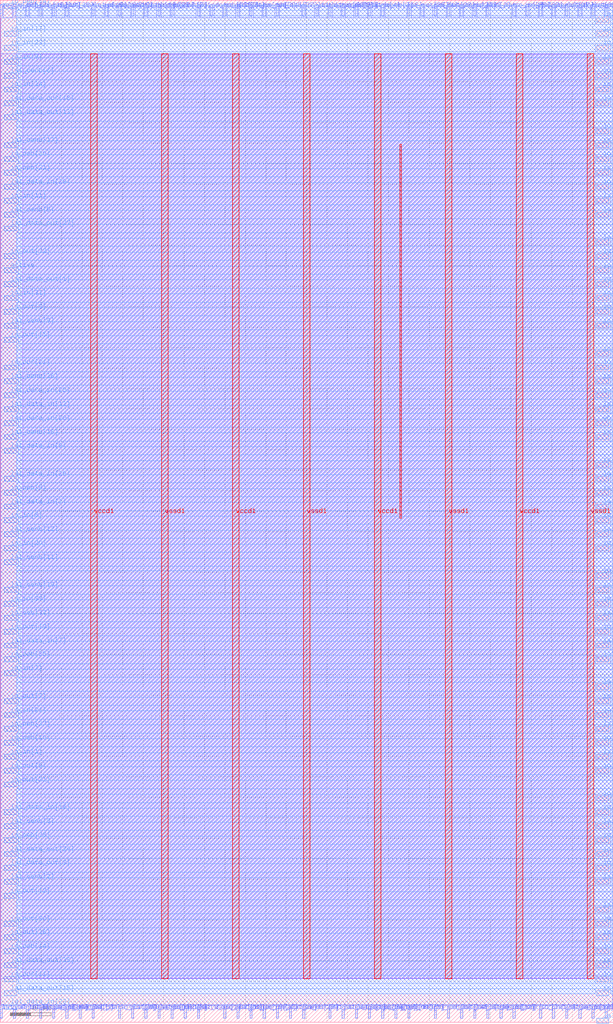
<source format=lef>
VERSION 5.7 ;
  NOWIREEXTENSIONATPIN ON ;
  DIVIDERCHAR "/" ;
  BUSBITCHARS "[]" ;
MACRO wrapped_frequency_counter
  CLASS BLOCK ;
  FOREIGN wrapped_frequency_counter ;
  ORIGIN 0.000 0.000 ;
  SIZE 150.000 BY 250.000 ;
  PIN active
    DIRECTION INPUT ;
    USE SIGNAL ;
    PORT
      LAYER met3 ;
        RECT 1.000 183.340 4.000 184.540 ;
    END
  END active
  PIN io_in[0]
    DIRECTION INPUT ;
    USE SIGNAL ;
    PORT
      LAYER met2 ;
        RECT 61.130 1.000 61.690 4.000 ;
    END
  END io_in[0]
  PIN io_in[10]
    DIRECTION INPUT ;
    USE SIGNAL ;
    PORT
      LAYER met2 ;
        RECT 61.130 246.000 61.690 249.000 ;
    END
  END io_in[10]
  PIN io_in[11]
    DIRECTION INPUT ;
    USE SIGNAL ;
    PORT
      LAYER met3 ;
        RECT 1.000 200.340 4.000 201.540 ;
    END
  END io_in[11]
  PIN io_in[12]
    DIRECTION INPUT ;
    USE SIGNAL ;
    PORT
      LAYER met3 ;
        RECT 146.000 217.340 149.000 218.540 ;
    END
  END io_in[12]
  PIN io_in[13]
    DIRECTION INPUT ;
    USE SIGNAL ;
    PORT
      LAYER met2 ;
        RECT 93.330 1.000 93.890 4.000 ;
    END
  END io_in[13]
  PIN io_in[14]
    DIRECTION INPUT ;
    USE SIGNAL ;
    PORT
      LAYER met2 ;
        RECT 25.710 246.000 26.270 249.000 ;
    END
  END io_in[14]
  PIN io_in[15]
    DIRECTION INPUT ;
    USE SIGNAL ;
    PORT
      LAYER met3 ;
        RECT 146.000 227.540 149.000 228.740 ;
    END
  END io_in[15]
  PIN io_in[16]
    DIRECTION INPUT ;
    USE SIGNAL ;
    PORT
      LAYER met3 ;
        RECT 146.000 67.740 149.000 68.940 ;
    END
  END io_in[16]
  PIN io_in[17]
    DIRECTION INPUT ;
    USE SIGNAL ;
    PORT
      LAYER met3 ;
        RECT 1.000 241.140 4.000 242.340 ;
    END
  END io_in[17]
  PIN io_in[18]
    DIRECTION INPUT ;
    USE SIGNAL ;
    PORT
      LAYER met2 ;
        RECT -0.050 246.000 0.510 249.000 ;
    END
  END io_in[18]
  PIN io_in[19]
    DIRECTION INPUT ;
    USE SIGNAL ;
    PORT
      LAYER met3 ;
        RECT 146.000 20.140 149.000 21.340 ;
    END
  END io_in[19]
  PIN io_in[1]
    DIRECTION INPUT ;
    USE SIGNAL ;
    PORT
      LAYER met3 ;
        RECT 1.000 64.340 4.000 65.540 ;
    END
  END io_in[1]
  PIN io_in[20]
    DIRECTION INPUT ;
    USE SIGNAL ;
    PORT
      LAYER met3 ;
        RECT 1.000 115.340 4.000 116.540 ;
    END
  END io_in[20]
  PIN io_in[21]
    DIRECTION INPUT ;
    USE SIGNAL ;
    PORT
      LAYER met3 ;
        RECT 1.000 74.540 4.000 75.740 ;
    END
  END io_in[21]
  PIN io_in[22]
    DIRECTION INPUT ;
    USE SIGNAL ;
    PORT
      LAYER met3 ;
        RECT 146.000 115.340 149.000 116.540 ;
    END
  END io_in[22]
  PIN io_in[23]
    DIRECTION INPUT ;
    USE SIGNAL ;
    PORT
      LAYER met3 ;
        RECT 1.000 237.740 4.000 238.940 ;
    END
  END io_in[23]
  PIN io_in[24]
    DIRECTION INPUT ;
    USE SIGNAL ;
    PORT
      LAYER met3 ;
        RECT 1.000 227.540 4.000 228.740 ;
    END
  END io_in[24]
  PIN io_in[25]
    DIRECTION INPUT ;
    USE SIGNAL ;
    PORT
      LAYER met2 ;
        RECT 148.070 1.000 148.630 4.000 ;
    END
  END io_in[25]
  PIN io_in[26]
    DIRECTION INPUT ;
    USE SIGNAL ;
    PORT
      LAYER met2 ;
        RECT 144.850 1.000 145.410 4.000 ;
    END
  END io_in[26]
  PIN io_in[27]
    DIRECTION INPUT ;
    USE SIGNAL ;
    PORT
      LAYER met3 ;
        RECT 146.000 94.940 149.000 96.140 ;
    END
  END io_in[27]
  PIN io_in[28]
    DIRECTION INPUT ;
    USE SIGNAL ;
    PORT
      LAYER met2 ;
        RECT 131.970 1.000 132.530 4.000 ;
    END
  END io_in[28]
  PIN io_in[29]
    DIRECTION INPUT ;
    USE SIGNAL ;
    PORT
      LAYER met2 ;
        RECT 148.070 246.000 148.630 249.000 ;
    END
  END io_in[29]
  PIN io_in[2]
    DIRECTION INPUT ;
    USE SIGNAL ;
    PORT
      LAYER met2 ;
        RECT 64.350 1.000 64.910 4.000 ;
    END
  END io_in[2]
  PIN io_in[30]
    DIRECTION INPUT ;
    USE SIGNAL ;
    PORT
      LAYER met3 ;
        RECT 146.000 128.940 149.000 130.140 ;
    END
  END io_in[30]
  PIN io_in[31]
    DIRECTION INPUT ;
    USE SIGNAL ;
    PORT
      LAYER met3 ;
        RECT 1.000 176.540 4.000 177.740 ;
    END
  END io_in[31]
  PIN io_in[32]
    DIRECTION INPUT ;
    USE SIGNAL ;
    PORT
      LAYER met2 ;
        RECT 122.310 1.000 122.870 4.000 ;
    END
  END io_in[32]
  PIN io_in[33]
    DIRECTION INPUT ;
    USE SIGNAL ;
    PORT
      LAYER met3 ;
        RECT 1.000 101.740 4.000 102.940 ;
    END
  END io_in[33]
  PIN io_in[34]
    DIRECTION INPUT ;
    USE SIGNAL ;
    PORT
      LAYER met2 ;
        RECT 102.990 246.000 103.550 249.000 ;
    END
  END io_in[34]
  PIN io_in[35]
    DIRECTION INPUT ;
    USE SIGNAL ;
    PORT
      LAYER met2 ;
        RECT 125.530 246.000 126.090 249.000 ;
    END
  END io_in[35]
  PIN io_in[36]
    DIRECTION INPUT ;
    USE SIGNAL ;
    PORT
      LAYER met3 ;
        RECT 146.000 176.540 149.000 177.740 ;
    END
  END io_in[36]
  PIN io_in[37]
    DIRECTION INPUT ;
    USE SIGNAL ;
    PORT
      LAYER met2 ;
        RECT 128.750 246.000 129.310 249.000 ;
    END
  END io_in[37]
  PIN io_in[3]
    DIRECTION INPUT ;
    USE SIGNAL ;
    PORT
      LAYER met2 ;
        RECT 64.350 246.000 64.910 249.000 ;
    END
  END io_in[3]
  PIN io_in[4]
    DIRECTION INPUT ;
    USE SIGNAL ;
    PORT
      LAYER met3 ;
        RECT 146.000 173.140 149.000 174.340 ;
    END
  END io_in[4]
  PIN io_in[5]
    DIRECTION INPUT ;
    USE SIGNAL ;
    PORT
      LAYER met3 ;
        RECT 146.000 241.140 149.000 242.340 ;
    END
  END io_in[5]
  PIN io_in[6]
    DIRECTION INPUT ;
    USE SIGNAL ;
    PORT
      LAYER met3 ;
        RECT 1.000 122.140 4.000 123.340 ;
    END
  END io_in[6]
  PIN io_in[7]
    DIRECTION INPUT ;
    USE SIGNAL ;
    PORT
      LAYER met3 ;
        RECT 1.000 84.740 4.000 85.940 ;
    END
  END io_in[7]
  PIN io_in[8]
    DIRECTION INPUT ;
    USE SIGNAL ;
    PORT
      LAYER met3 ;
        RECT 146.000 183.340 149.000 184.540 ;
    END
  END io_in[8]
  PIN io_in[9]
    DIRECTION INPUT ;
    USE SIGNAL ;
    PORT
      LAYER met3 ;
        RECT 1.000 234.340 4.000 235.540 ;
    END
  END io_in[9]
  PIN io_oeb[0]
    DIRECTION OUTPUT TRISTATE ;
    USE SIGNAL ;
    PORT
      LAYER met2 ;
        RECT 106.210 1.000 106.770 4.000 ;
    END
  END io_oeb[0]
  PIN io_oeb[10]
    DIRECTION OUTPUT TRISTATE ;
    USE SIGNAL ;
    PORT
      LAYER met3 ;
        RECT 1.000 67.740 4.000 68.940 ;
    END
  END io_oeb[10]
  PIN io_oeb[11]
    DIRECTION OUTPUT TRISTATE ;
    USE SIGNAL ;
    PORT
      LAYER met3 ;
        RECT 146.000 162.940 149.000 164.140 ;
    END
  END io_oeb[11]
  PIN io_oeb[12]
    DIRECTION OUTPUT TRISTATE ;
    USE SIGNAL ;
    PORT
      LAYER met3 ;
        RECT 146.000 108.540 149.000 109.970 ;
    END
  END io_oeb[12]
  PIN io_oeb[13]
    DIRECTION OUTPUT TRISTATE ;
    USE SIGNAL ;
    PORT
      LAYER met3 ;
        RECT 146.000 105.140 149.000 106.340 ;
    END
  END io_oeb[13]
  PIN io_oeb[14]
    DIRECTION OUTPUT TRISTATE ;
    USE SIGNAL ;
    PORT
      LAYER met3 ;
        RECT 1.000 16.740 4.000 17.940 ;
    END
  END io_oeb[14]
  PIN io_oeb[15]
    DIRECTION OUTPUT TRISTATE ;
    USE SIGNAL ;
    PORT
      LAYER met2 ;
        RECT 6.390 246.000 6.950 249.000 ;
    END
  END io_oeb[15]
  PIN io_oeb[16]
    DIRECTION OUTPUT TRISTATE ;
    USE SIGNAL ;
    PORT
      LAYER met3 ;
        RECT 146.000 60.940 149.000 62.140 ;
    END
  END io_oeb[16]
  PIN io_oeb[17]
    DIRECTION OUTPUT TRISTATE ;
    USE SIGNAL ;
    PORT
      LAYER met2 ;
        RECT 54.690 1.000 55.250 4.000 ;
    END
  END io_oeb[17]
  PIN io_oeb[18]
    DIRECTION OUTPUT TRISTATE ;
    USE SIGNAL ;
    PORT
      LAYER met2 ;
        RECT 93.330 246.000 93.890 249.000 ;
    END
  END io_oeb[18]
  PIN io_oeb[19]
    DIRECTION OUTPUT TRISTATE ;
    USE SIGNAL ;
    PORT
      LAYER met2 ;
        RECT 9.610 246.000 10.170 249.000 ;
    END
  END io_oeb[19]
  PIN io_oeb[1]
    DIRECTION OUTPUT TRISTATE ;
    USE SIGNAL ;
    PORT
      LAYER met3 ;
        RECT 146.000 6.540 149.000 7.740 ;
    END
  END io_oeb[1]
  PIN io_oeb[20]
    DIRECTION OUTPUT TRISTATE ;
    USE SIGNAL ;
    PORT
      LAYER met3 ;
        RECT 146.000 135.740 149.000 136.940 ;
    END
  END io_oeb[20]
  PIN io_oeb[21]
    DIRECTION OUTPUT TRISTATE ;
    USE SIGNAL ;
    PORT
      LAYER met3 ;
        RECT 1.000 207.140 4.000 208.340 ;
    END
  END io_oeb[21]
  PIN io_oeb[22]
    DIRECTION OUTPUT TRISTATE ;
    USE SIGNAL ;
    PORT
      LAYER met2 ;
        RECT 19.270 1.000 19.830 4.000 ;
    END
  END io_oeb[22]
  PIN io_oeb[23]
    DIRECTION OUTPUT TRISTATE ;
    USE SIGNAL ;
    PORT
      LAYER met2 ;
        RECT 51.470 246.000 52.030 249.000 ;
    END
  END io_oeb[23]
  PIN io_oeb[24]
    DIRECTION OUTPUT TRISTATE ;
    USE SIGNAL ;
    PORT
      LAYER met2 ;
        RECT 54.690 246.000 55.250 249.000 ;
    END
  END io_oeb[24]
  PIN io_oeb[25]
    DIRECTION OUTPUT TRISTATE ;
    USE SIGNAL ;
    PORT
      LAYER met3 ;
        RECT 146.000 40.540 149.000 41.740 ;
    END
  END io_oeb[25]
  PIN io_oeb[26]
    DIRECTION OUTPUT TRISTATE ;
    USE SIGNAL ;
    PORT
      LAYER met3 ;
        RECT 146.000 207.140 149.000 208.340 ;
    END
  END io_oeb[26]
  PIN io_oeb[27]
    DIRECTION OUTPUT TRISTATE ;
    USE SIGNAL ;
    PORT
      LAYER met2 ;
        RECT 67.570 246.000 68.130 249.000 ;
    END
  END io_oeb[27]
  PIN io_oeb[28]
    DIRECTION OUTPUT TRISTATE ;
    USE SIGNAL ;
    PORT
      LAYER met3 ;
        RECT 146.000 16.740 149.000 17.940 ;
    END
  END io_oeb[28]
  PIN io_oeb[29]
    DIRECTION OUTPUT TRISTATE ;
    USE SIGNAL ;
    PORT
      LAYER met3 ;
        RECT 146.000 179.940 149.000 181.140 ;
    END
  END io_oeb[29]
  PIN io_oeb[2]
    DIRECTION OUTPUT TRISTATE ;
    USE SIGNAL ;
    PORT
      LAYER met2 ;
        RECT 115.870 246.000 116.430 249.000 ;
    END
  END io_oeb[2]
  PIN io_oeb[30]
    DIRECTION OUTPUT TRISTATE ;
    USE SIGNAL ;
    PORT
      LAYER met3 ;
        RECT 1.000 210.540 4.000 211.740 ;
    END
  END io_oeb[30]
  PIN io_oeb[31]
    DIRECTION OUTPUT TRISTATE ;
    USE SIGNAL ;
    PORT
      LAYER met3 ;
        RECT 146.000 13.340 149.000 14.540 ;
    END
  END io_oeb[31]
  PIN io_oeb[32]
    DIRECTION OUTPUT TRISTATE ;
    USE SIGNAL ;
    PORT
      LAYER met3 ;
        RECT 1.000 98.340 4.000 99.540 ;
    END
  END io_oeb[32]
  PIN io_oeb[33]
    DIRECTION OUTPUT TRISTATE ;
    USE SIGNAL ;
    PORT
      LAYER met3 ;
        RECT 146.000 43.940 149.000 45.140 ;
    END
  END io_oeb[33]
  PIN io_oeb[34]
    DIRECTION OUTPUT TRISTATE ;
    USE SIGNAL ;
    PORT
      LAYER met3 ;
        RECT 1.000 247.940 4.000 249.140 ;
    END
  END io_oeb[34]
  PIN io_oeb[35]
    DIRECTION OUTPUT TRISTATE ;
    USE SIGNAL ;
    PORT
      LAYER met3 ;
        RECT 1.000 88.140 4.000 89.340 ;
    END
  END io_oeb[35]
  PIN io_oeb[36]
    DIRECTION OUTPUT TRISTATE ;
    USE SIGNAL ;
    PORT
      LAYER met3 ;
        RECT 1.000 43.940 4.000 45.140 ;
    END
  END io_oeb[36]
  PIN io_oeb[37]
    DIRECTION OUTPUT TRISTATE ;
    USE SIGNAL ;
    PORT
      LAYER met3 ;
        RECT 1.000 71.140 4.000 72.340 ;
    END
  END io_oeb[37]
  PIN io_oeb[3]
    DIRECTION OUTPUT TRISTATE ;
    USE SIGNAL ;
    PORT
      LAYER met2 ;
        RECT 99.770 1.000 100.330 4.000 ;
    END
  END io_oeb[3]
  PIN io_oeb[4]
    DIRECTION OUTPUT TRISTATE ;
    USE SIGNAL ;
    PORT
      LAYER met3 ;
        RECT 146.000 50.740 149.000 51.940 ;
    END
  END io_oeb[4]
  PIN io_oeb[5]
    DIRECTION OUTPUT TRISTATE ;
    USE SIGNAL ;
    PORT
      LAYER met3 ;
        RECT 1.000 128.940 4.000 130.140 ;
    END
  END io_oeb[5]
  PIN io_oeb[6]
    DIRECTION OUTPUT TRISTATE ;
    USE SIGNAL ;
    PORT
      LAYER met3 ;
        RECT 146.000 122.140 149.000 123.340 ;
    END
  END io_oeb[6]
  PIN io_oeb[7]
    DIRECTION OUTPUT TRISTATE ;
    USE SIGNAL ;
    PORT
      LAYER met2 ;
        RECT 3.170 246.000 3.730 249.000 ;
    END
  END io_oeb[7]
  PIN io_oeb[8]
    DIRECTION OUTPUT TRISTATE ;
    USE SIGNAL ;
    PORT
      LAYER met2 ;
        RECT 16.050 1.000 16.610 4.000 ;
    END
  END io_oeb[8]
  PIN io_oeb[9]
    DIRECTION OUTPUT TRISTATE ;
    USE SIGNAL ;
    PORT
      LAYER met2 ;
        RECT 41.810 1.000 42.370 4.000 ;
    END
  END io_oeb[9]
  PIN io_out[0]
    DIRECTION OUTPUT TRISTATE ;
    USE SIGNAL ;
    PORT
      LAYER met3 ;
        RECT 146.000 237.740 149.000 238.940 ;
    END
  END io_out[0]
  PIN io_out[10]
    DIRECTION OUTPUT TRISTATE ;
    USE SIGNAL ;
    PORT
      LAYER met3 ;
        RECT 146.000 159.540 149.000 160.740 ;
    END
  END io_out[10]
  PIN io_out[11]
    DIRECTION OUTPUT TRISTATE ;
    USE SIGNAL ;
    PORT
      LAYER met3 ;
        RECT 1.000 9.940 4.000 11.140 ;
    END
  END io_out[11]
  PIN io_out[12]
    DIRECTION OUTPUT TRISTATE ;
    USE SIGNAL ;
    PORT
      LAYER met3 ;
        RECT 1.000 30.340 4.000 31.540 ;
    END
  END io_out[12]
  PIN io_out[13]
    DIRECTION OUTPUT TRISTATE ;
    USE SIGNAL ;
    PORT
      LAYER met3 ;
        RECT 146.000 9.940 149.000 11.140 ;
    END
  END io_out[13]
  PIN io_out[14]
    DIRECTION OUTPUT TRISTATE ;
    USE SIGNAL ;
    PORT
      LAYER met3 ;
        RECT 146.000 210.540 149.000 211.740 ;
    END
  END io_out[14]
  PIN io_out[15]
    DIRECTION OUTPUT TRISTATE ;
    USE SIGNAL ;
    PORT
      LAYER met3 ;
        RECT 1.000 166.340 4.000 167.540 ;
    END
  END io_out[15]
  PIN io_out[16]
    DIRECTION OUTPUT TRISTATE ;
    USE SIGNAL ;
    PORT
      LAYER met3 ;
        RECT 146.000 156.140 149.000 157.340 ;
    END
  END io_out[16]
  PIN io_out[17]
    DIRECTION OUTPUT TRISTATE ;
    USE SIGNAL ;
    PORT
      LAYER met2 ;
        RECT 135.190 246.000 135.750 249.000 ;
    END
  END io_out[17]
  PIN io_out[18]
    DIRECTION OUTPUT TRISTATE ;
    USE SIGNAL ;
    PORT
      LAYER met3 ;
        RECT 146.000 37.140 149.000 38.340 ;
    END
  END io_out[18]
  PIN io_out[19]
    DIRECTION OUTPUT TRISTATE ;
    USE SIGNAL ;
    PORT
      LAYER met3 ;
        RECT 1.000 94.940 4.000 96.140 ;
    END
  END io_out[19]
  PIN io_out[1]
    DIRECTION OUTPUT TRISTATE ;
    USE SIGNAL ;
    PORT
      LAYER met2 ;
        RECT 83.670 246.000 84.230 249.000 ;
    END
  END io_out[1]
  PIN io_out[20]
    DIRECTION OUTPUT TRISTATE ;
    USE SIGNAL ;
    PORT
      LAYER met2 ;
        RECT 112.650 246.000 113.210 249.000 ;
    END
  END io_out[20]
  PIN io_out[21]
    DIRECTION OUTPUT TRISTATE ;
    USE SIGNAL ;
    PORT
      LAYER met3 ;
        RECT 1.000 159.540 4.000 160.740 ;
    END
  END io_out[21]
  PIN io_out[22]
    DIRECTION OUTPUT TRISTATE ;
    USE SIGNAL ;
    PORT
      LAYER met2 ;
        RECT 125.530 1.000 126.090 4.000 ;
    END
  END io_out[22]
  PIN io_out[23]
    DIRECTION OUTPUT TRISTATE ;
    USE SIGNAL ;
    PORT
      LAYER met3 ;
        RECT 146.000 142.540 149.000 143.740 ;
    END
  END io_out[23]
  PIN io_out[24]
    DIRECTION OUTPUT TRISTATE ;
    USE SIGNAL ;
    PORT
      LAYER met2 ;
        RECT 109.430 1.000 109.990 4.000 ;
    END
  END io_out[24]
  PIN io_out[25]
    DIRECTION OUTPUT TRISTATE ;
    USE SIGNAL ;
    PORT
      LAYER met2 ;
        RECT 99.770 246.000 100.330 249.000 ;
    END
  END io_out[25]
  PIN io_out[26]
    DIRECTION OUTPUT TRISTATE ;
    USE SIGNAL ;
    PORT
      LAYER met3 ;
        RECT 1.000 20.140 4.000 21.340 ;
    END
  END io_out[26]
  PIN io_out[27]
    DIRECTION OUTPUT TRISTATE ;
    USE SIGNAL ;
    PORT
      LAYER met2 ;
        RECT 106.210 246.000 106.770 249.000 ;
    END
  END io_out[27]
  PIN io_out[28]
    DIRECTION OUTPUT TRISTATE ;
    USE SIGNAL ;
    PORT
      LAYER met2 ;
        RECT 67.570 1.000 68.130 4.000 ;
    END
  END io_out[28]
  PIN io_out[29]
    DIRECTION OUTPUT TRISTATE ;
    USE SIGNAL ;
    PORT
      LAYER met3 ;
        RECT 146.000 54.140 149.000 55.340 ;
    END
  END io_out[29]
  PIN io_out[2]
    DIRECTION OUTPUT TRISTATE ;
    USE SIGNAL ;
    PORT
      LAYER met2 ;
        RECT 28.930 1.000 29.490 4.000 ;
    END
  END io_out[2]
  PIN io_out[30]
    DIRECTION OUTPUT TRISTATE ;
    USE SIGNAL ;
    PORT
      LAYER met3 ;
        RECT 1.000 23.540 4.000 24.740 ;
    END
  END io_out[30]
  PIN io_out[31]
    DIRECTION OUTPUT TRISTATE ;
    USE SIGNAL ;
    PORT
      LAYER met3 ;
        RECT 1.000 57.540 4.000 58.740 ;
    END
  END io_out[31]
  PIN io_out[32]
    DIRECTION OUTPUT TRISTATE ;
    USE SIGNAL ;
    PORT
      LAYER met3 ;
        RECT 1.000 186.740 4.000 187.940 ;
    END
  END io_out[32]
  PIN io_out[33]
    DIRECTION OUTPUT TRISTATE ;
    USE SIGNAL ;
    PORT
      LAYER met3 ;
        RECT 146.000 77.940 149.000 79.140 ;
    END
  END io_out[33]
  PIN io_out[34]
    DIRECTION OUTPUT TRISTATE ;
    USE SIGNAL ;
    PORT
      LAYER met3 ;
        RECT 146.000 213.940 149.000 215.140 ;
    END
  END io_out[34]
  PIN io_out[35]
    DIRECTION OUTPUT TRISTATE ;
    USE SIGNAL ;
    PORT
      LAYER met3 ;
        RECT 146.000 203.740 149.000 204.940 ;
    END
  END io_out[35]
  PIN io_out[36]
    DIRECTION OUTPUT TRISTATE ;
    USE SIGNAL ;
    PORT
      LAYER met2 ;
        RECT 12.830 246.000 13.390 249.000 ;
    END
  END io_out[36]
  PIN io_out[37]
    DIRECTION OUTPUT TRISTATE ;
    USE SIGNAL ;
    PORT
      LAYER met3 ;
        RECT 146.000 230.940 149.000 232.140 ;
    END
  END io_out[37]
  PIN io_out[3]
    DIRECTION OUTPUT TRISTATE ;
    USE SIGNAL ;
    PORT
      LAYER met3 ;
        RECT 1.000 173.140 4.000 174.340 ;
    END
  END io_out[3]
  PIN io_out[4]
    DIRECTION OUTPUT TRISTATE ;
    USE SIGNAL ;
    PORT
      LAYER met3 ;
        RECT 146.000 169.740 149.000 170.940 ;
    END
  END io_out[4]
  PIN io_out[5]
    DIRECTION OUTPUT TRISTATE ;
    USE SIGNAL ;
    PORT
      LAYER met2 ;
        RECT 41.810 246.000 42.370 249.000 ;
    END
  END io_out[5]
  PIN io_out[6]
    DIRECTION OUTPUT TRISTATE ;
    USE SIGNAL ;
    PORT
      LAYER met2 ;
        RECT 141.630 246.000 142.190 249.000 ;
    END
  END io_out[6]
  PIN io_out[7]
    DIRECTION OUTPUT TRISTATE ;
    USE SIGNAL ;
    PORT
      LAYER met3 ;
        RECT 1.000 77.940 4.000 79.140 ;
    END
  END io_out[7]
  PIN io_out[8]
    DIRECTION OUTPUT TRISTATE ;
    USE SIGNAL ;
    PORT
      LAYER met2 ;
        RECT 74.010 1.000 74.570 4.000 ;
    END
  END io_out[8]
  PIN io_out[9]
    DIRECTION OUTPUT TRISTATE ;
    USE SIGNAL ;
    PORT
      LAYER met3 ;
        RECT 1.000 60.940 4.000 62.140 ;
    END
  END io_out[9]
  PIN la1_data_in[0]
    DIRECTION INPUT ;
    USE SIGNAL ;
    PORT
      LAYER met3 ;
        RECT 146.000 81.340 149.000 82.770 ;
    END
  END la1_data_in[0]
  PIN la1_data_in[10]
    DIRECTION INPUT ;
    USE SIGNAL ;
    PORT
      LAYER met2 ;
        RECT 86.890 1.000 87.450 4.000 ;
    END
  END la1_data_in[10]
  PIN la1_data_in[11]
    DIRECTION INPUT ;
    USE SIGNAL ;
    PORT
      LAYER met3 ;
        RECT 146.000 74.540 149.000 75.740 ;
    END
  END la1_data_in[11]
  PIN la1_data_in[12]
    DIRECTION INPUT ;
    USE SIGNAL ;
    PORT
      LAYER met3 ;
        RECT 1.000 149.340 4.000 150.540 ;
    END
  END la1_data_in[12]
  PIN la1_data_in[13]
    DIRECTION INPUT ;
    USE SIGNAL ;
    PORT
      LAYER met2 ;
        RECT 135.190 1.000 135.750 4.000 ;
    END
  END la1_data_in[13]
  PIN la1_data_in[14]
    DIRECTION INPUT ;
    USE SIGNAL ;
    PORT
      LAYER met3 ;
        RECT 1.000 50.740 4.000 51.940 ;
    END
  END la1_data_in[14]
  PIN la1_data_in[15]
    DIRECTION INPUT ;
    USE SIGNAL ;
    PORT
      LAYER met2 ;
        RECT 16.050 246.000 16.610 249.000 ;
    END
  END la1_data_in[15]
  PIN la1_data_in[16]
    DIRECTION INPUT ;
    USE SIGNAL ;
    PORT
      LAYER met2 ;
        RECT 77.230 246.000 77.790 249.000 ;
    END
  END la1_data_in[16]
  PIN la1_data_in[17]
    DIRECTION INPUT ;
    USE SIGNAL ;
    PORT
      LAYER met2 ;
        RECT 48.250 246.000 48.810 249.000 ;
    END
  END la1_data_in[17]
  PIN la1_data_in[18]
    DIRECTION INPUT ;
    USE SIGNAL ;
    PORT
      LAYER met3 ;
        RECT 146.000 23.540 149.000 24.740 ;
    END
  END la1_data_in[18]
  PIN la1_data_in[19]
    DIRECTION INPUT ;
    USE SIGNAL ;
    PORT
      LAYER met2 ;
        RECT 22.490 246.000 23.050 249.000 ;
    END
  END la1_data_in[19]
  PIN la1_data_in[1]
    DIRECTION INPUT ;
    USE SIGNAL ;
    PORT
      LAYER met2 ;
        RECT 80.450 1.000 81.010 4.000 ;
    END
  END la1_data_in[1]
  PIN la1_data_in[20]
    DIRECTION INPUT ;
    USE SIGNAL ;
    PORT
      LAYER met3 ;
        RECT 1.000 145.940 4.000 147.140 ;
    END
  END la1_data_in[20]
  PIN la1_data_in[21]
    DIRECTION INPUT ;
    USE SIGNAL ;
    PORT
      LAYER met2 ;
        RECT 144.850 246.000 145.410 249.000 ;
    END
  END la1_data_in[21]
  PIN la1_data_in[22]
    DIRECTION INPUT ;
    USE SIGNAL ;
    PORT
      LAYER met3 ;
        RECT 146.000 88.140 149.000 89.340 ;
    END
  END la1_data_in[22]
  PIN la1_data_in[23]
    DIRECTION INPUT ;
    USE SIGNAL ;
    PORT
      LAYER met3 ;
        RECT 1.000 3.140 4.000 4.340 ;
    END
  END la1_data_in[23]
  PIN la1_data_in[24]
    DIRECTION INPUT ;
    USE SIGNAL ;
    PORT
      LAYER met2 ;
        RECT 57.910 1.000 58.470 4.000 ;
    END
  END la1_data_in[24]
  PIN la1_data_in[25]
    DIRECTION INPUT ;
    USE SIGNAL ;
    PORT
      LAYER met3 ;
        RECT 1.000 152.740 4.000 153.940 ;
    END
  END la1_data_in[25]
  PIN la1_data_in[26]
    DIRECTION INPUT ;
    USE SIGNAL ;
    PORT
      LAYER met3 ;
        RECT 146.000 64.340 149.000 65.540 ;
    END
  END la1_data_in[26]
  PIN la1_data_in[27]
    DIRECTION INPUT ;
    USE SIGNAL ;
    PORT
      LAYER met2 ;
        RECT 115.870 1.000 116.430 4.000 ;
    END
  END la1_data_in[27]
  PIN la1_data_in[28]
    DIRECTION INPUT ;
    USE SIGNAL ;
    PORT
      LAYER met3 ;
        RECT 1.000 132.340 4.000 133.540 ;
    END
  END la1_data_in[28]
  PIN la1_data_in[29]
    DIRECTION INPUT ;
    USE SIGNAL ;
    PORT
      LAYER met3 ;
        RECT 1.000 203.740 4.000 204.940 ;
    END
  END la1_data_in[29]
  PIN la1_data_in[2]
    DIRECTION INPUT ;
    USE SIGNAL ;
    PORT
      LAYER met2 ;
        RECT 45.030 1.000 45.590 4.000 ;
    END
  END la1_data_in[2]
  PIN la1_data_in[30]
    DIRECTION INPUT ;
    USE SIGNAL ;
    PORT
      LAYER met2 ;
        RECT 6.390 1.000 6.950 4.000 ;
    END
  END la1_data_in[30]
  PIN la1_data_in[31]
    DIRECTION INPUT ;
    USE SIGNAL ;
    PORT
      LAYER met3 ;
        RECT 146.000 -0.260 149.000 0.940 ;
    END
  END la1_data_in[31]
  PIN la1_data_in[3]
    DIRECTION INPUT ;
    USE SIGNAL ;
    PORT
      LAYER met3 ;
        RECT 1.000 125.540 4.000 126.740 ;
    END
  END la1_data_in[3]
  PIN la1_data_in[4]
    DIRECTION INPUT ;
    USE SIGNAL ;
    PORT
      LAYER met2 ;
        RECT 119.090 246.000 119.650 249.000 ;
    END
  END la1_data_in[4]
  PIN la1_data_in[5]
    DIRECTION INPUT ;
    USE SIGNAL ;
    PORT
      LAYER met3 ;
        RECT 146.000 149.340 149.000 150.540 ;
    END
  END la1_data_in[5]
  PIN la1_data_in[6]
    DIRECTION INPUT ;
    USE SIGNAL ;
    PORT
      LAYER met2 ;
        RECT 28.930 246.000 29.490 249.000 ;
    END
  END la1_data_in[6]
  PIN la1_data_in[7]
    DIRECTION INPUT ;
    USE SIGNAL ;
    PORT
      LAYER met3 ;
        RECT 1.000 91.540 4.000 92.740 ;
    END
  END la1_data_in[7]
  PIN la1_data_in[8]
    DIRECTION INPUT ;
    USE SIGNAL ;
    PORT
      LAYER met2 ;
        RECT 32.150 246.000 32.710 249.000 ;
    END
  END la1_data_in[8]
  PIN la1_data_in[9]
    DIRECTION INPUT ;
    USE SIGNAL ;
    PORT
      LAYER met3 ;
        RECT 1.000 139.140 4.000 140.340 ;
    END
  END la1_data_in[9]
  PIN la1_data_out[0]
    DIRECTION OUTPUT TRISTATE ;
    USE SIGNAL ;
    PORT
      LAYER met2 ;
        RECT 32.150 1.000 32.710 4.000 ;
    END
  END la1_data_out[0]
  PIN la1_data_out[10]
    DIRECTION OUTPUT TRISTATE ;
    USE SIGNAL ;
    PORT
      LAYER met3 ;
        RECT 146.000 98.340 149.000 99.540 ;
    END
  END la1_data_out[10]
  PIN la1_data_out[11]
    DIRECTION OUTPUT TRISTATE ;
    USE SIGNAL ;
    PORT
      LAYER met2 ;
        RECT 90.110 1.000 90.670 4.000 ;
    END
  END la1_data_out[11]
  PIN la1_data_out[12]
    DIRECTION OUTPUT TRISTATE ;
    USE SIGNAL ;
    PORT
      LAYER met3 ;
        RECT 146.000 234.340 149.000 235.540 ;
    END
  END la1_data_out[12]
  PIN la1_data_out[13]
    DIRECTION OUTPUT TRISTATE ;
    USE SIGNAL ;
    PORT
      LAYER met3 ;
        RECT 1.000 220.740 4.000 221.940 ;
    END
  END la1_data_out[13]
  PIN la1_data_out[14]
    DIRECTION OUTPUT TRISTATE ;
    USE SIGNAL ;
    PORT
      LAYER met2 ;
        RECT 57.910 246.000 58.470 249.000 ;
    END
  END la1_data_out[14]
  PIN la1_data_out[15]
    DIRECTION OUTPUT TRISTATE ;
    USE SIGNAL ;
    PORT
      LAYER met3 ;
        RECT 1.000 6.540 4.000 7.740 ;
    END
  END la1_data_out[15]
  PIN la1_data_out[16]
    DIRECTION OUTPUT TRISTATE ;
    USE SIGNAL ;
    PORT
      LAYER met3 ;
        RECT 146.000 118.740 149.000 119.940 ;
    END
  END la1_data_out[16]
  PIN la1_data_out[17]
    DIRECTION OUTPUT TRISTATE ;
    USE SIGNAL ;
    PORT
      LAYER met3 ;
        RECT 146.000 196.940 149.000 198.140 ;
    END
  END la1_data_out[17]
  PIN la1_data_out[18]
    DIRECTION OUTPUT TRISTATE ;
    USE SIGNAL ;
    PORT
      LAYER met3 ;
        RECT 1.000 224.140 4.000 225.340 ;
    END
  END la1_data_out[18]
  PIN la1_data_out[19]
    DIRECTION OUTPUT TRISTATE ;
    USE SIGNAL ;
    PORT
      LAYER met3 ;
        RECT 146.000 152.740 149.000 153.940 ;
    END
  END la1_data_out[19]
  PIN la1_data_out[1]
    DIRECTION OUTPUT TRISTATE ;
    USE SIGNAL ;
    PORT
      LAYER met3 ;
        RECT 1.000 179.940 4.000 181.140 ;
    END
  END la1_data_out[1]
  PIN la1_data_out[20]
    DIRECTION OUTPUT TRISTATE ;
    USE SIGNAL ;
    PORT
      LAYER met3 ;
        RECT 1.000 40.540 4.000 41.740 ;
    END
  END la1_data_out[20]
  PIN la1_data_out[21]
    DIRECTION OUTPUT TRISTATE ;
    USE SIGNAL ;
    PORT
      LAYER met3 ;
        RECT 146.000 224.140 149.000 225.340 ;
    END
  END la1_data_out[21]
  PIN la1_data_out[22]
    DIRECTION OUTPUT TRISTATE ;
    USE SIGNAL ;
    PORT
      LAYER met2 ;
        RECT 74.010 246.000 74.570 249.000 ;
    END
  END la1_data_out[22]
  PIN la1_data_out[23]
    DIRECTION OUTPUT TRISTATE ;
    USE SIGNAL ;
    PORT
      LAYER met2 ;
        RECT 48.250 1.000 48.810 4.000 ;
    END
  END la1_data_out[23]
  PIN la1_data_out[24]
    DIRECTION OUTPUT TRISTATE ;
    USE SIGNAL ;
    PORT
      LAYER met3 ;
        RECT 146.000 125.540 149.000 126.740 ;
    END
  END la1_data_out[24]
  PIN la1_data_out[25]
    DIRECTION OUTPUT TRISTATE ;
    USE SIGNAL ;
    PORT
      LAYER met3 ;
        RECT 1.000 13.340 4.000 14.540 ;
    END
  END la1_data_out[25]
  PIN la1_data_out[26]
    DIRECTION OUTPUT TRISTATE ;
    USE SIGNAL ;
    PORT
      LAYER met3 ;
        RECT 146.000 71.140 149.000 72.340 ;
    END
  END la1_data_out[26]
  PIN la1_data_out[27]
    DIRECTION OUTPUT TRISTATE ;
    USE SIGNAL ;
    PORT
      LAYER met3 ;
        RECT 1.000 193.540 4.000 194.740 ;
    END
  END la1_data_out[27]
  PIN la1_data_out[28]
    DIRECTION OUTPUT TRISTATE ;
    USE SIGNAL ;
    PORT
      LAYER met3 ;
        RECT 146.000 26.940 149.000 28.140 ;
    END
  END la1_data_out[28]
  PIN la1_data_out[29]
    DIRECTION OUTPUT TRISTATE ;
    USE SIGNAL ;
    PORT
      LAYER met2 ;
        RECT 22.490 1.000 23.050 4.000 ;
    END
  END la1_data_out[29]
  PIN la1_data_out[2]
    DIRECTION OUTPUT TRISTATE ;
    USE SIGNAL ;
    PORT
      LAYER met2 ;
        RECT 83.670 1.000 84.230 4.000 ;
    END
  END la1_data_out[2]
  PIN la1_data_out[30]
    DIRECTION OUTPUT TRISTATE ;
    USE SIGNAL ;
    PORT
      LAYER met3 ;
        RECT 146.000 101.740 149.000 102.940 ;
    END
  END la1_data_out[30]
  PIN la1_data_out[31]
    DIRECTION OUTPUT TRISTATE ;
    USE SIGNAL ;
    PORT
      LAYER met3 ;
        RECT 146.000 244.540 149.000 245.740 ;
    END
  END la1_data_out[31]
  PIN la1_data_out[3]
    DIRECTION OUTPUT TRISTATE ;
    USE SIGNAL ;
    PORT
      LAYER met3 ;
        RECT 1.000 37.140 4.000 38.340 ;
    END
  END la1_data_out[3]
  PIN la1_data_out[4]
    DIRECTION OUTPUT TRISTATE ;
    USE SIGNAL ;
    PORT
      LAYER met3 ;
        RECT 146.000 33.740 149.000 34.940 ;
    END
  END la1_data_out[4]
  PIN la1_data_out[5]
    DIRECTION OUTPUT TRISTATE ;
    USE SIGNAL ;
    PORT
      LAYER met2 ;
        RECT 12.830 1.000 13.390 4.000 ;
    END
  END la1_data_out[5]
  PIN la1_data_out[6]
    DIRECTION OUTPUT TRISTATE ;
    USE SIGNAL ;
    PORT
      LAYER met3 ;
        RECT 146.000 132.340 149.000 133.540 ;
    END
  END la1_data_out[6]
  PIN la1_data_out[7]
    DIRECTION OUTPUT TRISTATE ;
    USE SIGNAL ;
    PORT
      LAYER met2 ;
        RECT 3.170 1.000 3.730 4.000 ;
    END
  END la1_data_out[7]
  PIN la1_data_out[8]
    DIRECTION OUTPUT TRISTATE ;
    USE SIGNAL ;
    PORT
      LAYER met3 ;
        RECT 146.000 200.340 149.000 201.540 ;
    END
  END la1_data_out[8]
  PIN la1_data_out[9]
    DIRECTION OUTPUT TRISTATE ;
    USE SIGNAL ;
    PORT
      LAYER met2 ;
        RECT 138.410 246.000 138.970 249.000 ;
    END
  END la1_data_out[9]
  PIN la1_oenb[0]
    DIRECTION INPUT ;
    USE SIGNAL ;
    PORT
      LAYER met3 ;
        RECT 146.000 47.340 149.000 48.540 ;
    END
  END la1_oenb[0]
  PIN la1_oenb[10]
    DIRECTION INPUT ;
    USE SIGNAL ;
    PORT
      LAYER met2 ;
        RECT 131.970 246.000 132.530 249.000 ;
    END
  END la1_oenb[10]
  PIN la1_oenb[11]
    DIRECTION INPUT ;
    USE SIGNAL ;
    PORT
      LAYER met3 ;
        RECT 1.000 111.940 4.000 113.140 ;
    END
  END la1_oenb[11]
  PIN la1_oenb[12]
    DIRECTION INPUT ;
    USE SIGNAL ;
    PORT
      LAYER met3 ;
        RECT 1.000 118.740 4.000 119.940 ;
    END
  END la1_oenb[12]
  PIN la1_oenb[13]
    DIRECTION INPUT ;
    USE SIGNAL ;
    PORT
      LAYER met2 ;
        RECT 119.090 1.000 119.650 4.000 ;
    END
  END la1_oenb[13]
  PIN la1_oenb[14]
    DIRECTION INPUT ;
    USE SIGNAL ;
    PORT
      LAYER met2 ;
        RECT -0.050 1.000 0.510 4.000 ;
    END
  END la1_oenb[14]
  PIN la1_oenb[15]
    DIRECTION INPUT ;
    USE SIGNAL ;
    PORT
      LAYER met2 ;
        RECT 141.630 1.000 142.190 4.000 ;
    END
  END la1_oenb[15]
  PIN la1_oenb[16]
    DIRECTION INPUT ;
    USE SIGNAL ;
    PORT
      LAYER met3 ;
        RECT 1.000 142.540 4.000 143.740 ;
    END
  END la1_oenb[16]
  PIN la1_oenb[17]
    DIRECTION INPUT ;
    USE SIGNAL ;
    PORT
      LAYER met3 ;
        RECT 1.000 213.940 4.000 215.140 ;
    END
  END la1_oenb[17]
  PIN la1_oenb[18]
    DIRECTION INPUT ;
    USE SIGNAL ;
    PORT
      LAYER met2 ;
        RECT 38.590 246.000 39.150 249.000 ;
    END
  END la1_oenb[18]
  PIN la1_oenb[19]
    DIRECTION INPUT ;
    USE SIGNAL ;
    PORT
      LAYER met3 ;
        RECT 1.000 105.140 4.000 106.340 ;
    END
  END la1_oenb[19]
  PIN la1_oenb[1]
    DIRECTION INPUT ;
    USE SIGNAL ;
    PORT
      LAYER met2 ;
        RECT 35.370 1.000 35.930 4.000 ;
    END
  END la1_oenb[1]
  PIN la1_oenb[20]
    DIRECTION INPUT ;
    USE SIGNAL ;
    PORT
      LAYER met2 ;
        RECT 9.610 1.000 10.170 4.000 ;
    END
  END la1_oenb[20]
  PIN la1_oenb[21]
    DIRECTION INPUT ;
    USE SIGNAL ;
    PORT
      LAYER met2 ;
        RECT 80.450 246.000 81.010 249.000 ;
    END
  END la1_oenb[21]
  PIN la1_oenb[22]
    DIRECTION INPUT ;
    USE SIGNAL ;
    PORT
      LAYER met2 ;
        RECT 35.370 246.000 35.930 249.000 ;
    END
  END la1_oenb[22]
  PIN la1_oenb[23]
    DIRECTION INPUT ;
    USE SIGNAL ;
    PORT
      LAYER met2 ;
        RECT 96.550 1.000 97.110 4.000 ;
    END
  END la1_oenb[23]
  PIN la1_oenb[24]
    DIRECTION INPUT ;
    USE SIGNAL ;
    PORT
      LAYER met2 ;
        RECT 109.430 246.000 109.990 249.000 ;
    END
  END la1_oenb[24]
  PIN la1_oenb[25]
    DIRECTION INPUT ;
    USE SIGNAL ;
    PORT
      LAYER met3 ;
        RECT 146.000 91.540 149.000 92.740 ;
    END
  END la1_oenb[25]
  PIN la1_oenb[26]
    DIRECTION INPUT ;
    USE SIGNAL ;
    PORT
      LAYER met3 ;
        RECT 1.000 156.140 4.000 157.340 ;
    END
  END la1_oenb[26]
  PIN la1_oenb[27]
    DIRECTION INPUT ;
    USE SIGNAL ;
    PORT
      LAYER met3 ;
        RECT 146.000 190.140 149.000 191.340 ;
    END
  END la1_oenb[27]
  PIN la1_oenb[28]
    DIRECTION INPUT ;
    USE SIGNAL ;
    PORT
      LAYER met2 ;
        RECT 38.590 1.000 39.150 4.000 ;
    END
  END la1_oenb[28]
  PIN la1_oenb[29]
    DIRECTION INPUT ;
    USE SIGNAL ;
    PORT
      LAYER met2 ;
        RECT 70.790 1.000 71.350 4.000 ;
    END
  END la1_oenb[29]
  PIN la1_oenb[2]
    DIRECTION INPUT ;
    USE SIGNAL ;
    PORT
      LAYER met3 ;
        RECT 1.000 33.740 4.000 34.940 ;
    END
  END la1_oenb[2]
  PIN la1_oenb[30]
    DIRECTION INPUT ;
    USE SIGNAL ;
    PORT
      LAYER met3 ;
        RECT 146.000 186.740 149.000 187.940 ;
    END
  END la1_oenb[30]
  PIN la1_oenb[31]
    DIRECTION INPUT ;
    USE SIGNAL ;
    PORT
      LAYER met2 ;
        RECT 112.650 1.000 113.210 4.000 ;
    END
  END la1_oenb[31]
  PIN la1_oenb[3]
    DIRECTION INPUT ;
    USE SIGNAL ;
    PORT
      LAYER met2 ;
        RECT 90.110 246.000 90.670 249.000 ;
    END
  END la1_oenb[3]
  PIN la1_oenb[4]
    DIRECTION INPUT ;
    USE SIGNAL ;
    PORT
      LAYER met2 ;
        RECT 86.890 246.000 87.450 249.000 ;
    END
  END la1_oenb[4]
  PIN la1_oenb[5]
    DIRECTION INPUT ;
    USE SIGNAL ;
    PORT
      LAYER met3 ;
        RECT 1.000 196.940 4.000 198.140 ;
    END
  END la1_oenb[5]
  PIN la1_oenb[6]
    DIRECTION INPUT ;
    USE SIGNAL ;
    PORT
      LAYER met3 ;
        RECT 1.000 230.940 4.000 232.140 ;
    END
  END la1_oenb[6]
  PIN la1_oenb[7]
    DIRECTION INPUT ;
    USE SIGNAL ;
    PORT
      LAYER met2 ;
        RECT 138.410 1.000 138.970 4.000 ;
    END
  END la1_oenb[7]
  PIN la1_oenb[8]
    DIRECTION INPUT ;
    USE SIGNAL ;
    PORT
      LAYER met3 ;
        RECT 1.000 47.340 4.000 48.540 ;
    END
  END la1_oenb[8]
  PIN la1_oenb[9]
    DIRECTION INPUT ;
    USE SIGNAL ;
    PORT
      LAYER met3 ;
        RECT 1.000 169.740 4.000 170.940 ;
    END
  END la1_oenb[9]
  PIN vccd1
    DIRECTION INOUT ;
    USE POWER ;
    PORT
      LAYER met4 ;
        RECT 22.085 10.640 23.685 236.880 ;
    END
    PORT
      LAYER met4 ;
        RECT 56.815 10.640 58.415 236.880 ;
    END
    PORT
      LAYER met4 ;
        RECT 91.545 10.640 93.145 236.880 ;
    END
    PORT
      LAYER met4 ;
        RECT 126.275 10.640 127.875 236.880 ;
    END
  END vccd1
  PIN vssd1
    DIRECTION INOUT ;
    USE GROUND ;
    PORT
      LAYER met4 ;
        RECT 39.450 10.640 41.050 236.880 ;
    END
    PORT
      LAYER met4 ;
        RECT 74.180 10.640 75.780 236.880 ;
    END
    PORT
      LAYER met4 ;
        RECT 108.910 10.640 110.510 236.880 ;
    END
    PORT
      LAYER met4 ;
        RECT 143.640 10.640 145.240 236.880 ;
    END
  END vssd1
  PIN wb_clk_i
    DIRECTION INPUT ;
    USE SIGNAL ;
    PORT
      LAYER met3 ;
        RECT 146.000 145.940 149.000 147.140 ;
    END
  END wb_clk_i
  OBS
      LAYER li1 ;
        RECT 5.520 10.795 144.440 236.725 ;
      LAYER met1 ;
        RECT 0.070 10.640 149.890 236.880 ;
      LAYER met2 ;
        RECT 0.790 245.720 2.890 248.725 ;
        RECT 4.010 245.720 6.110 248.725 ;
        RECT 7.230 245.720 9.330 248.725 ;
        RECT 10.450 245.720 12.550 248.725 ;
        RECT 13.670 245.720 15.770 248.725 ;
        RECT 16.890 245.720 22.210 248.725 ;
        RECT 23.330 245.720 25.430 248.725 ;
        RECT 26.550 245.720 28.650 248.725 ;
        RECT 29.770 245.720 31.870 248.725 ;
        RECT 32.990 245.720 35.090 248.725 ;
        RECT 36.210 245.720 38.310 248.725 ;
        RECT 39.430 245.720 41.530 248.725 ;
        RECT 42.650 245.720 47.970 248.725 ;
        RECT 49.090 245.720 51.190 248.725 ;
        RECT 52.310 245.720 54.410 248.725 ;
        RECT 55.530 245.720 57.630 248.725 ;
        RECT 58.750 245.720 60.850 248.725 ;
        RECT 61.970 245.720 64.070 248.725 ;
        RECT 65.190 245.720 67.290 248.725 ;
        RECT 68.410 245.720 73.730 248.725 ;
        RECT 74.850 245.720 76.950 248.725 ;
        RECT 78.070 245.720 80.170 248.725 ;
        RECT 81.290 245.720 83.390 248.725 ;
        RECT 84.510 245.720 86.610 248.725 ;
        RECT 87.730 245.720 89.830 248.725 ;
        RECT 90.950 245.720 93.050 248.725 ;
        RECT 94.170 245.720 99.490 248.725 ;
        RECT 100.610 245.720 102.710 248.725 ;
        RECT 103.830 245.720 105.930 248.725 ;
        RECT 107.050 245.720 109.150 248.725 ;
        RECT 110.270 245.720 112.370 248.725 ;
        RECT 113.490 245.720 115.590 248.725 ;
        RECT 116.710 245.720 118.810 248.725 ;
        RECT 119.930 245.720 125.250 248.725 ;
        RECT 126.370 245.720 128.470 248.725 ;
        RECT 129.590 245.720 131.690 248.725 ;
        RECT 132.810 245.720 134.910 248.725 ;
        RECT 136.030 245.720 138.130 248.725 ;
        RECT 139.250 245.720 141.350 248.725 ;
        RECT 142.470 245.720 144.570 248.725 ;
        RECT 145.690 245.720 147.790 248.725 ;
        RECT 148.910 245.720 149.870 248.725 ;
        RECT 0.100 4.280 149.870 245.720 ;
        RECT 0.790 4.000 2.890 4.280 ;
        RECT 4.010 4.000 6.110 4.280 ;
        RECT 7.230 4.000 9.330 4.280 ;
        RECT 10.450 4.000 12.550 4.280 ;
        RECT 13.670 4.000 15.770 4.280 ;
        RECT 16.890 4.000 18.990 4.280 ;
        RECT 20.110 4.000 22.210 4.280 ;
        RECT 23.330 4.000 28.650 4.280 ;
        RECT 29.770 4.000 31.870 4.280 ;
        RECT 32.990 4.000 35.090 4.280 ;
        RECT 36.210 4.000 38.310 4.280 ;
        RECT 39.430 4.000 41.530 4.280 ;
        RECT 42.650 4.000 44.750 4.280 ;
        RECT 45.870 4.000 47.970 4.280 ;
        RECT 49.090 4.000 54.410 4.280 ;
        RECT 55.530 4.000 57.630 4.280 ;
        RECT 58.750 4.000 60.850 4.280 ;
        RECT 61.970 4.000 64.070 4.280 ;
        RECT 65.190 4.000 67.290 4.280 ;
        RECT 68.410 4.000 70.510 4.280 ;
        RECT 71.630 4.000 73.730 4.280 ;
        RECT 74.850 4.000 80.170 4.280 ;
        RECT 81.290 4.000 83.390 4.280 ;
        RECT 84.510 4.000 86.610 4.280 ;
        RECT 87.730 4.000 89.830 4.280 ;
        RECT 90.950 4.000 93.050 4.280 ;
        RECT 94.170 4.000 96.270 4.280 ;
        RECT 97.390 4.000 99.490 4.280 ;
        RECT 100.610 4.000 105.930 4.280 ;
        RECT 107.050 4.000 109.150 4.280 ;
        RECT 110.270 4.000 112.370 4.280 ;
        RECT 113.490 4.000 115.590 4.280 ;
        RECT 116.710 4.000 118.810 4.280 ;
        RECT 119.930 4.000 122.030 4.280 ;
        RECT 123.150 4.000 125.250 4.280 ;
        RECT 126.370 4.000 131.690 4.280 ;
        RECT 132.810 4.000 134.910 4.280 ;
        RECT 136.030 4.000 138.130 4.280 ;
        RECT 139.250 4.000 141.350 4.280 ;
        RECT 142.470 4.000 144.570 4.280 ;
        RECT 145.690 4.000 147.790 4.280 ;
        RECT 148.910 4.000 149.870 4.280 ;
      LAYER met3 ;
        RECT 4.400 247.540 149.895 248.705 ;
        RECT 4.000 246.140 149.895 247.540 ;
        RECT 4.000 244.140 145.600 246.140 ;
        RECT 149.400 244.140 149.895 246.140 ;
        RECT 4.000 242.740 149.895 244.140 ;
        RECT 4.400 240.740 145.600 242.740 ;
        RECT 149.400 240.740 149.895 242.740 ;
        RECT 4.000 239.340 149.895 240.740 ;
        RECT 4.400 237.340 145.600 239.340 ;
        RECT 149.400 237.340 149.895 239.340 ;
        RECT 4.000 235.940 149.895 237.340 ;
        RECT 4.400 233.940 145.600 235.940 ;
        RECT 149.400 233.940 149.895 235.940 ;
        RECT 4.000 232.540 149.895 233.940 ;
        RECT 4.400 230.540 145.600 232.540 ;
        RECT 149.400 230.540 149.895 232.540 ;
        RECT 4.000 229.140 149.895 230.540 ;
        RECT 4.400 227.140 145.600 229.140 ;
        RECT 149.400 227.140 149.895 229.140 ;
        RECT 4.000 225.740 149.895 227.140 ;
        RECT 4.400 223.740 145.600 225.740 ;
        RECT 149.400 223.740 149.895 225.740 ;
        RECT 4.000 222.340 149.895 223.740 ;
        RECT 4.400 220.340 149.895 222.340 ;
        RECT 4.000 218.940 149.895 220.340 ;
        RECT 4.000 216.940 145.600 218.940 ;
        RECT 149.400 216.940 149.895 218.940 ;
        RECT 4.000 215.540 149.895 216.940 ;
        RECT 4.400 213.540 145.600 215.540 ;
        RECT 149.400 213.540 149.895 215.540 ;
        RECT 4.000 212.140 149.895 213.540 ;
        RECT 4.400 210.140 145.600 212.140 ;
        RECT 149.400 210.140 149.895 212.140 ;
        RECT 4.000 208.740 149.895 210.140 ;
        RECT 4.400 206.740 145.600 208.740 ;
        RECT 149.400 206.740 149.895 208.740 ;
        RECT 4.000 205.340 149.895 206.740 ;
        RECT 4.400 203.340 145.600 205.340 ;
        RECT 149.400 203.340 149.895 205.340 ;
        RECT 4.000 201.940 149.895 203.340 ;
        RECT 4.400 199.940 145.600 201.940 ;
        RECT 149.400 199.940 149.895 201.940 ;
        RECT 4.000 198.540 149.895 199.940 ;
        RECT 4.400 196.540 145.600 198.540 ;
        RECT 149.400 196.540 149.895 198.540 ;
        RECT 4.000 195.140 149.895 196.540 ;
        RECT 4.400 193.140 149.895 195.140 ;
        RECT 4.000 191.740 149.895 193.140 ;
        RECT 4.000 189.740 145.600 191.740 ;
        RECT 149.400 189.740 149.895 191.740 ;
        RECT 4.000 188.340 149.895 189.740 ;
        RECT 4.400 186.340 145.600 188.340 ;
        RECT 149.400 186.340 149.895 188.340 ;
        RECT 4.000 184.940 149.895 186.340 ;
        RECT 4.400 182.940 145.600 184.940 ;
        RECT 149.400 182.940 149.895 184.940 ;
        RECT 4.000 181.540 149.895 182.940 ;
        RECT 4.400 179.540 145.600 181.540 ;
        RECT 149.400 179.540 149.895 181.540 ;
        RECT 4.000 178.140 149.895 179.540 ;
        RECT 4.400 176.140 145.600 178.140 ;
        RECT 149.400 176.140 149.895 178.140 ;
        RECT 4.000 174.740 149.895 176.140 ;
        RECT 4.400 172.740 145.600 174.740 ;
        RECT 149.400 172.740 149.895 174.740 ;
        RECT 4.000 171.340 149.895 172.740 ;
        RECT 4.400 169.340 145.600 171.340 ;
        RECT 149.400 169.340 149.895 171.340 ;
        RECT 4.000 167.940 149.895 169.340 ;
        RECT 4.400 165.940 149.895 167.940 ;
        RECT 4.000 164.540 149.895 165.940 ;
        RECT 4.000 162.540 145.600 164.540 ;
        RECT 149.400 162.540 149.895 164.540 ;
        RECT 4.000 161.140 149.895 162.540 ;
        RECT 4.400 159.140 145.600 161.140 ;
        RECT 149.400 159.140 149.895 161.140 ;
        RECT 4.000 157.740 149.895 159.140 ;
        RECT 4.400 155.740 145.600 157.740 ;
        RECT 149.400 155.740 149.895 157.740 ;
        RECT 4.000 154.340 149.895 155.740 ;
        RECT 4.400 152.340 145.600 154.340 ;
        RECT 149.400 152.340 149.895 154.340 ;
        RECT 4.000 150.940 149.895 152.340 ;
        RECT 4.400 148.940 145.600 150.940 ;
        RECT 149.400 148.940 149.895 150.940 ;
        RECT 4.000 147.540 149.895 148.940 ;
        RECT 4.400 145.540 145.600 147.540 ;
        RECT 149.400 145.540 149.895 147.540 ;
        RECT 4.000 144.140 149.895 145.540 ;
        RECT 4.400 142.140 145.600 144.140 ;
        RECT 149.400 142.140 149.895 144.140 ;
        RECT 4.000 140.740 149.895 142.140 ;
        RECT 4.400 138.740 149.895 140.740 ;
        RECT 4.000 137.340 149.895 138.740 ;
        RECT 4.000 135.340 145.600 137.340 ;
        RECT 149.400 135.340 149.895 137.340 ;
        RECT 4.000 133.940 149.895 135.340 ;
        RECT 4.400 131.940 145.600 133.940 ;
        RECT 149.400 131.940 149.895 133.940 ;
        RECT 4.000 130.540 149.895 131.940 ;
        RECT 4.400 128.540 145.600 130.540 ;
        RECT 149.400 128.540 149.895 130.540 ;
        RECT 4.000 127.140 149.895 128.540 ;
        RECT 4.400 125.140 145.600 127.140 ;
        RECT 149.400 125.140 149.895 127.140 ;
        RECT 4.000 123.740 149.895 125.140 ;
        RECT 4.400 121.740 145.600 123.740 ;
        RECT 149.400 121.740 149.895 123.740 ;
        RECT 4.000 120.340 149.895 121.740 ;
        RECT 4.400 118.340 145.600 120.340 ;
        RECT 149.400 118.340 149.895 120.340 ;
        RECT 4.000 116.940 149.895 118.340 ;
        RECT 4.400 114.940 145.600 116.940 ;
        RECT 149.400 114.940 149.895 116.940 ;
        RECT 4.000 113.540 149.895 114.940 ;
        RECT 4.400 111.540 149.895 113.540 ;
        RECT 4.000 110.370 149.895 111.540 ;
        RECT 4.000 108.140 145.600 110.370 ;
        RECT 149.400 108.140 149.895 110.370 ;
        RECT 4.000 106.740 149.895 108.140 ;
        RECT 4.400 104.740 145.600 106.740 ;
        RECT 149.400 104.740 149.895 106.740 ;
        RECT 4.000 103.340 149.895 104.740 ;
        RECT 4.400 101.340 145.600 103.340 ;
        RECT 149.400 101.340 149.895 103.340 ;
        RECT 4.000 99.940 149.895 101.340 ;
        RECT 4.400 97.940 145.600 99.940 ;
        RECT 149.400 97.940 149.895 99.940 ;
        RECT 4.000 96.540 149.895 97.940 ;
        RECT 4.400 94.540 145.600 96.540 ;
        RECT 149.400 94.540 149.895 96.540 ;
        RECT 4.000 93.140 149.895 94.540 ;
        RECT 4.400 91.140 145.600 93.140 ;
        RECT 149.400 91.140 149.895 93.140 ;
        RECT 4.000 89.740 149.895 91.140 ;
        RECT 4.400 87.740 145.600 89.740 ;
        RECT 149.400 87.740 149.895 89.740 ;
        RECT 4.000 86.340 149.895 87.740 ;
        RECT 4.400 84.340 149.895 86.340 ;
        RECT 4.000 83.170 149.895 84.340 ;
        RECT 4.000 80.940 145.600 83.170 ;
        RECT 149.400 80.940 149.895 83.170 ;
        RECT 4.000 79.540 149.895 80.940 ;
        RECT 4.400 77.540 145.600 79.540 ;
        RECT 149.400 77.540 149.895 79.540 ;
        RECT 4.000 76.140 149.895 77.540 ;
        RECT 4.400 74.140 145.600 76.140 ;
        RECT 149.400 74.140 149.895 76.140 ;
        RECT 4.000 72.740 149.895 74.140 ;
        RECT 4.400 70.740 145.600 72.740 ;
        RECT 149.400 70.740 149.895 72.740 ;
        RECT 4.000 69.340 149.895 70.740 ;
        RECT 4.400 67.340 145.600 69.340 ;
        RECT 149.400 67.340 149.895 69.340 ;
        RECT 4.000 65.940 149.895 67.340 ;
        RECT 4.400 63.940 145.600 65.940 ;
        RECT 149.400 63.940 149.895 65.940 ;
        RECT 4.000 62.540 149.895 63.940 ;
        RECT 4.400 60.540 145.600 62.540 ;
        RECT 149.400 60.540 149.895 62.540 ;
        RECT 4.000 59.140 149.895 60.540 ;
        RECT 4.400 57.140 149.895 59.140 ;
        RECT 4.000 55.740 149.895 57.140 ;
        RECT 4.000 53.740 145.600 55.740 ;
        RECT 149.400 53.740 149.895 55.740 ;
        RECT 4.000 52.340 149.895 53.740 ;
        RECT 4.400 50.340 145.600 52.340 ;
        RECT 149.400 50.340 149.895 52.340 ;
        RECT 4.000 48.940 149.895 50.340 ;
        RECT 4.400 46.940 145.600 48.940 ;
        RECT 149.400 46.940 149.895 48.940 ;
        RECT 4.000 45.540 149.895 46.940 ;
        RECT 4.400 43.540 145.600 45.540 ;
        RECT 149.400 43.540 149.895 45.540 ;
        RECT 4.000 42.140 149.895 43.540 ;
        RECT 4.400 40.140 145.600 42.140 ;
        RECT 149.400 40.140 149.895 42.140 ;
        RECT 4.000 38.740 149.895 40.140 ;
        RECT 4.400 36.740 145.600 38.740 ;
        RECT 149.400 36.740 149.895 38.740 ;
        RECT 4.000 35.340 149.895 36.740 ;
        RECT 4.400 33.340 145.600 35.340 ;
        RECT 149.400 33.340 149.895 35.340 ;
        RECT 4.000 31.940 149.895 33.340 ;
        RECT 4.400 29.940 149.895 31.940 ;
        RECT 4.000 28.540 149.895 29.940 ;
        RECT 4.000 26.540 145.600 28.540 ;
        RECT 149.400 26.540 149.895 28.540 ;
        RECT 4.000 25.140 149.895 26.540 ;
        RECT 4.400 23.140 145.600 25.140 ;
        RECT 149.400 23.140 149.895 25.140 ;
        RECT 4.000 21.740 149.895 23.140 ;
        RECT 4.400 19.740 145.600 21.740 ;
        RECT 149.400 19.740 149.895 21.740 ;
        RECT 4.000 18.340 149.895 19.740 ;
        RECT 4.400 16.340 145.600 18.340 ;
        RECT 149.400 16.340 149.895 18.340 ;
        RECT 4.000 14.940 149.895 16.340 ;
        RECT 4.400 12.940 145.600 14.940 ;
        RECT 149.400 12.940 149.895 14.940 ;
        RECT 4.000 11.540 149.895 12.940 ;
        RECT 4.400 9.540 145.600 11.540 ;
        RECT 149.400 9.540 149.895 11.540 ;
        RECT 4.000 8.140 149.895 9.540 ;
        RECT 4.400 6.975 145.600 8.140 ;
        RECT 149.400 6.975 149.895 8.140 ;
      LAYER met4 ;
        RECT 97.815 123.255 98.145 214.705 ;
  END
END wrapped_frequency_counter
END LIBRARY


</source>
